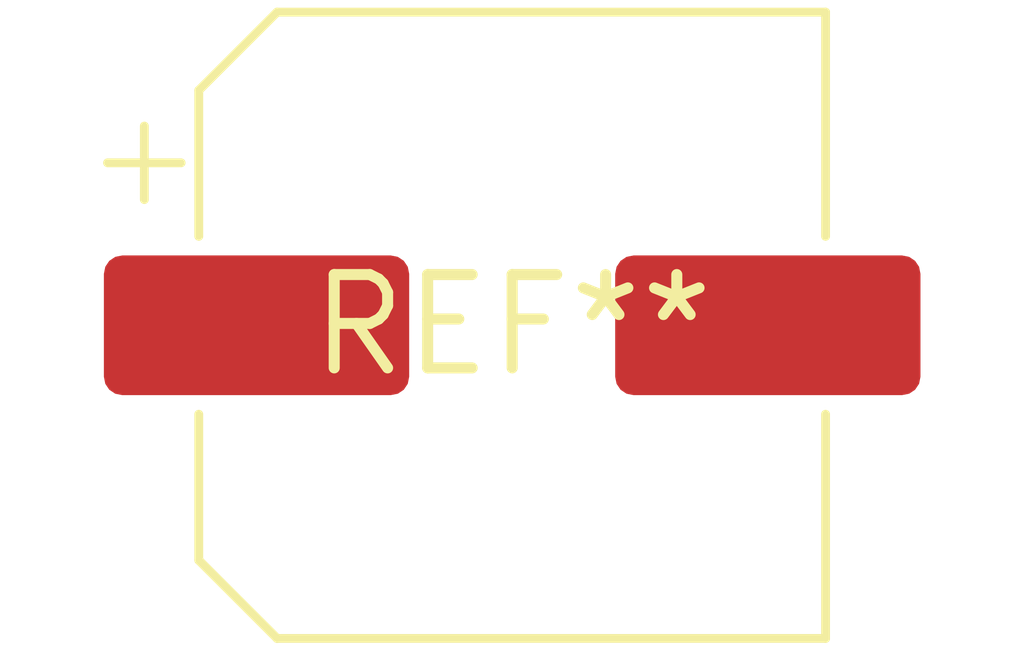
<source format=kicad_pcb>
(kicad_pcb (version 20240108) (generator pcbnew)
  (layers (0 "F.Cu" signal) (31 "B.Cu" signal) (34 "B.Paste" user) (35 "F.Paste" user) (36 "B.SilkS" user "B.Silkscreen") (37 "F.SilkS" user "F.Silkscreen") (38 "B.Mask" user) (39 "F.Mask" user) (44 "Edge.Cuts" user))
  (net 0 "")
  (footprint "CP_Elec_8x6.9" (layer "F.Cu") (at 0 0)
    (property "Reference" "REF**")
    (property "Value" "CP_Elec_8x6.9")
    (fp_line (start -5.5 -2.21) (end -4.5 -2.21) (layer "F.SilkS") (stroke (width 0.12)))
    (fp_line (start -5 -2.71) (end -5 -1.71) (layer "F.SilkS") (stroke (width 0.12)))
    (fp_line (start -4.26 -3.195563) (end -4.26 -1.21) (layer "F.SilkS") (stroke (width 0.12)))
    (fp_line (start -4.26 -3.195563) (end -3.195563 -4.26) (layer "F.SilkS") (stroke (width 0.12)))
    (fp_line (start -4.26 3.195563) (end -4.26 1.21) (layer "F.SilkS") (stroke (width 0.12)))
    (fp_line (start -4.26 3.195563) (end -3.195563 4.26) (layer "F.SilkS") (stroke (width 0.12)))
    (fp_line (start -3.195563 -4.26) (end 4.26 -4.26) (layer "F.SilkS") (stroke (width 0.12)))
    (fp_line (start -3.195563 4.26) (end 4.26 4.26) (layer "F.SilkS") (stroke (width 0.12)))
    (fp_line (start 4.26 -4.26) (end 4.26 -1.21) (layer "F.SilkS") (stroke (width 0.12)))
    (fp_line (start 4.26 4.26) (end 4.26 1.21) (layer "F.SilkS") (stroke (width 0.12)))
    (pad "1" smd roundrect (at -3.475 0) (size 4.15 1.9) (layers "F.Cu" "F.Paste" "F.Mask") (roundrect_rratio 0.131579))
    (pad "2" smd roundrect (at 3.475 0) (size 4.15 1.9) (layers "F.Cu" "F.Paste" "F.Mask") (roundrect_rratio 0.131579))
  )
)
</source>
